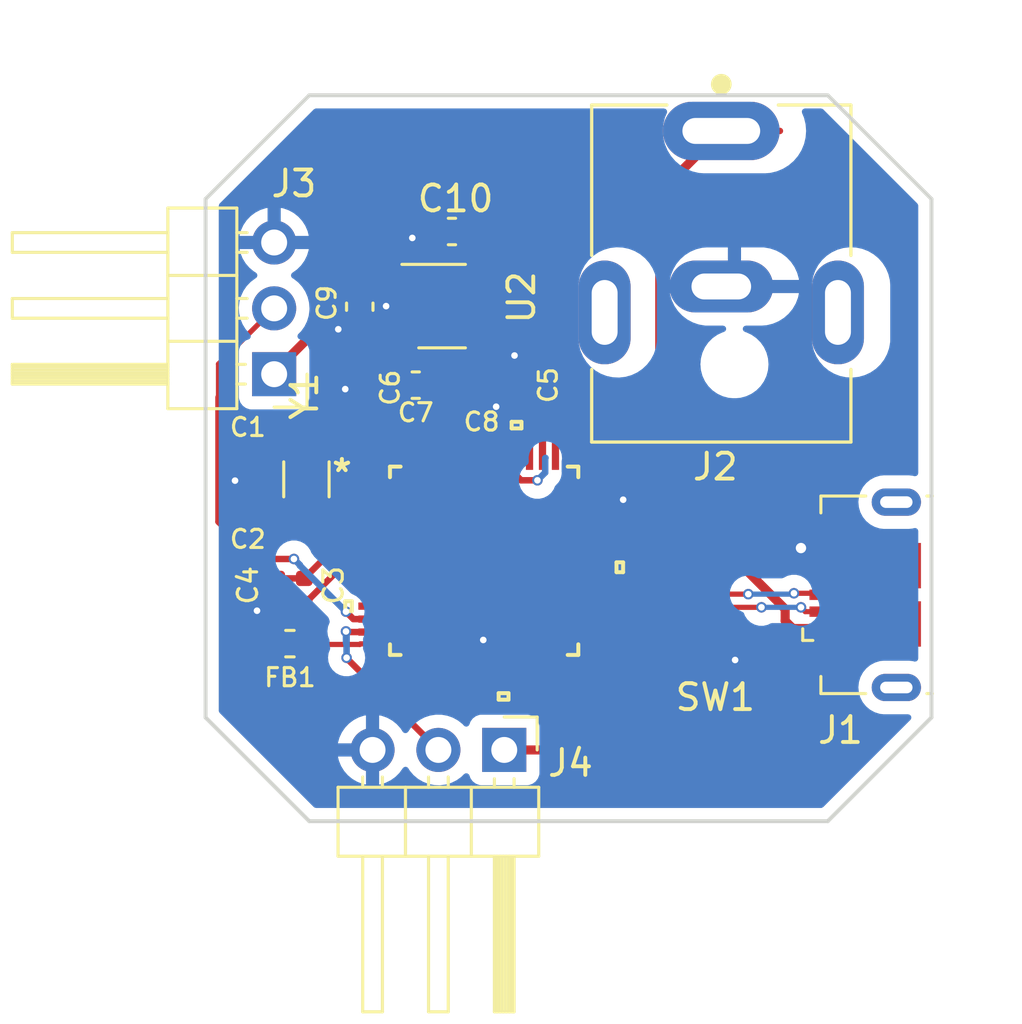
<source format=kicad_pcb>
(kicad_pcb (version 20211014) (generator pcbnew)
  (layers (0 "F.Cu" signal) (31 "B.Cu" signal) (34 "B.Paste" user) (35 "F.Paste" user) (36 "B.SilkS" user "B.Silkscreen") (37 "F.SilkS" user "F.Silkscreen") (38 "B.Mask" user) (39 "F.Mask" user) (44 "Edge.Cuts" user))
  (net 0 "")
  (net 1 "Net-(C1-Pad1)")
  (net 2 "GND")
  (net 3 "Net-(C2-Pad1)")
  (net 4 "/VDDANA")
  (net 5 "+3V3")
  (net 6 "/VDDCORE")
  (net 7 "+5V")
  (net 8 "/USB_D+")
  (net 9 "/USB_D-")
  (net 10 "Net-(J3-Pad2)")
  (net 11 "Net-(J4-Pad2)")
  (net 12 "Net-(SW1-Pad1)")
  (net 39 "RESET")
  (footprint "Capacitor_SMD:C_0402_1005Metric" (layer "F.Cu") (at 87.63 99.568 180)
    (fp_text reference "C1" (at 0 0.762) (layer "F.SilkS") (effects (font (size 0.7 0.7) (thickness 0.12))))
    (fp_text value "15pF")
    (pad "1" smd roundrect locked (at -0.485 0 180) (size 0.59 0.64) (layers "F.Cu" "F.Paste" "F.Mask") (net 1 "Net-(C1-Pad1)"))
    (pad "2" smd roundrect locked (at 0.485 0 180) (size 0.59 0.64) (layers "F.Cu" "F.Paste" "F.Mask") (net 2 "GND"))
  )
  (footprint "Connector_PinHeader_2.54mm:PinHeader_1x03_P2.54mm_Horizontal" (layer "F.Cu") (at 97.521 111.252 -90)
    (fp_text reference "J4" (at 0.508 -2.555 180) (layer "F.SilkS"))
    (fp_text value "Conn_01x03")
    (fp_line (start 1.44 -1.33) (end 1.44 6.41) (layer "F.SilkS") (width 0.12))
    (fp_line (start 4.1 2.16) (end 10.1 2.16) (layer "F.SilkS") (width 0.12))
    (fp_line (start 4.1 0.04) (end 10.1 0.04) (layer "F.SilkS") (width 0.12))
    (fp_line (start 1.042929 5.46) (end 1.44 5.46) (layer "F.SilkS") (width 0.12))
    (fp_line (start 4.1 -0.08) (end 10.1 -0.08) (layer "F.SilkS") (width 0.12))
    (fp_line (start 10.1 -0.38) (end 10.1 0.38) (layer "F.SilkS") (width 0.12))
    (fp_line (start 1.44 1.27) (end 4.1 1.27) (layer "F.SilkS") (width 0.12))
    (fp_line (start 10.1 4.7) (end 10.1 5.46) (layer "F.SilkS") (width 0.12))
    (fp_line (start 1.11 0.38) (end 1.44 0.38) (layer "F.SilkS") (width 0.12))
    (fp_line (start 4.1 -0.32) (end 10.1 -0.32) (layer "F.SilkS") (width 0.12))
    (fp_line (start 1.44 6.41) (end 4.1 6.41) (layer "F.SilkS") (width 0.12))
    (fp_line (start 1.44 3.81) (end 4.1 3.81) (layer "F.SilkS") (width 0.12))
    (fp_line (start 1.042929 4.7) (end 1.44 4.7) (layer "F.SilkS") (width 0.12))
    (fp_line (start 1.042929 2.92) (end 1.44 2.92) (layer "F.SilkS") (width 0.12))
    (fp_line (start 1.042929 2.16) (end 1.44 2.16) (layer "F.SilkS") (width 0.12))
    (fp_line (start 4.1 4.7) (end 10.1 4.7) (layer "F.SilkS") (width 0.12))
    (fp_line (start 10.1 2.16) (end 10.1 2.92) (layer "F.SilkS") (width 0.12))
    (fp_line (start 4.1 0.16) (end 10.1 0.16) (layer "F.SilkS") (width 0.12))
    (fp_line (start 10.1 5.46) (end 4.1 5.46) (layer "F.SilkS") (width 0.12))
    (fp_line (start 4.1 0.28) (end 10.1 0.28) (layer "F.SilkS") (width 0.12))
    (fp_line (start 4.1 -1.33) (end 1.44 -1.33) (layer "F.SilkS") (width 0.12))
    (fp_line (start 4.1 -0.38) (end 10.1 -0.38) (layer "F.SilkS") (width 0.12))
    (fp_line (start 10.1 0.38) (end 4.1 0.38) (layer "F.SilkS") (width 0.12))
    (fp_line (start 1.11 -0.38) (end 1.44 -0.38) (layer "F.SilkS") (width 0.12))
    (fp_line (start 4.1 -0.2) (end 10.1 -0.2) (layer "F.SilkS") (width 0.12))
    (fp_line (start 10.1 2.92) (end 4.1 2.92) (layer "F.SilkS") (width 0.12))
    (fp_line (start -1.27 0) (end -1.27 -1.27) (layer "F.SilkS") (width 0.12))
    (fp_line (start 4.1 6.41) (end 4.1 -1.33) (layer "F.SilkS") (width 0.12))
    (fp_line (start -1.27 -1.27) (end 0 -1.27) (layer "F.SilkS") (width 0.12))
    (pad "1" thru_hole rect (at 0 0 270) (size 1.7 1.7) (drill 1) (layers *.Cu *.Mask) (net 7 "+5V"))
    (pad "2" thru_hole oval (at 0 2.54 270) (size 1.7 1.7) (drill 1) (layers *.Cu *.Mask) (net 11 "Net-(J4-Pad2)"))
    (pad "3" thru_hole oval (at 0 5.08 270) (size 1.7 1.7) (drill 1) (layers *.Cu *.Mask) (net 2 "GND"))
  )
  (footprint "mood:ATSAMD21G18A-AU" (layer "F.Cu") (at 96.7457 103.955)
    (fp_text reference "U1" hide)
    (fp_text value "ATSAMD21G18A-AU")
    (fp_text user "*" (at -5.4864 -3.381) (layer "F.SilkS"))
    (fp_text user "*" (at -5.4864 -3.381) (layer "F.SilkS"))
    (fp_line (start -3.22244 -3.6322) (end -3.6322 -3.6322) (layer "F.SilkS") (width 0.1524))
    (fp_line (start -3.6322 -3.6322) (end -3.6322 -3.22244) (layer "F.SilkS") (width 0.1524))
    (fp_line (start -5.1054 1.940499) (end -5.1054 1.559499) (layer "F.SilkS") (width 0.1524))
    (fp_line (start 3.22244 3.6322) (end 3.6322 3.6322) (layer "F.SilkS") (width 0.1524))
    (fp_line (start 1.0595 -5.3594) (end 1.4405 -5.3594) (layer "F.SilkS") (width 0.1524))
    (fp_line (start 5.3594 0.059499) (end 5.3594 0.4405) (layer "F.SilkS") (width 0.1524))
    (fp_line (start 1.0595 -5.1054) (end 1.0595 -5.3594) (layer "F.SilkS") (width 0.1524))
    (fp_line (start 0.559501 5.3594) (end 0.940501 5.3594) (layer "F.SilkS") (width 0.1524))
    (fp_line (start 5.1054 0.059499) (end 5.3594 0.059499) (layer "F.SilkS") (width 0.1524))
    (fp_line (start -5.3594 1.940499) (end -5.1054 1.940499) (layer "F.SilkS") (width 0.1524))
    (fp_line (start 5.3594 0.4405) (end 5.1054 0.4405) (layer "F.SilkS") (width 0.1524))
    (fp_line (start 0.940501 5.1054) (end 0.559501 5.1054) (layer "F.SilkS") (width 0.1524))
    (fp_line (start 0.940501 5.3594) (end 0.940501 5.1054) (layer "F.SilkS") (width 0.1524))
    (fp_line (start 1.4405 -5.1054) (end 1.0595 -5.1054) (layer "F.SilkS") (width 0.1524))
    (fp_line (start 0.559501 5.1054) (end 0.559501 5.3594) (layer "F.SilkS") (width 0.1524))
    (fp_line (start 3.6322 -3.22244) (end 3.6322 -3.6322) (layer "F.SilkS") (width 0.1524))
    (fp_line (start 3.6322 3.6322) (end 3.6322 3.22244) (layer "F.SilkS") (width 0.1524))
    (fp_line (start 5.1054 0.4405) (end 5.1054 0.059499) (layer "F.SilkS") (width 0.1524))
    (fp_line (start -3.6322 3.6322) (end -3.22244 3.6322) (layer "F.SilkS") (width 0.1524))
    (fp_line (start -3.6322 3.22244) (end -3.6322 3.6322) (layer "F.SilkS") (width 0.1524))
    (fp_line (start -5.1054 1.559499) (end -5.3594 1.559499) (layer "F.SilkS") (width 0.1524))
    (fp_line (start 3.6322 -3.6322) (end 3.22244 -3.6322) (layer "F.SilkS") (width 0.1524))
    (fp_line (start 1.4405 -5.3594) (end 1.4405 -5.1054) (layer "F.SilkS") (width 0.1524))
    (fp_line (start -5.3594 1.559499) (end -5.3594 1.940499) (layer "F.SilkS") (width 0.1524))
    (pad "1" smd rect (at -4.1783 -2.75 90) (size 0.2794 1.3462) (layers "F.Cu" "F.Paste" "F.Mask") (net 1 "Net-(C1-Pad1)"))
    (pad "2" smd rect (at -4.1783 -2.250001 90) (size 0.2794 1.3462) (layers "F.Cu" "F.Paste" "F.Mask") (net 3 "Net-(C2-Pad1)"))
    (pad "3" smd rect (at -4.1783 -1.749999 90) (size 0.2794 1.3462) (layers "F.Cu" "F.Paste" "F.Mask"))
    (pad "4" smd rect (at -4.1783 -1.25 90) (size 0.2794 1.3462) (layers "F.Cu" "F.Paste" "F.Mask"))
    (pad "5" smd rect (at -4.1783 -0.750001 90) (size 0.2794 1.3462) (layers "F.Cu" "F.Paste" "F.Mask") (net 2 "GND"))
    (pad "6" smd rect (at -4.1783 -0.25 90) (size 0.2794 1.3462) (layers "F.Cu" "F.Paste" "F.Mask") (net 4 "/VDDANA"))
    (pad "7" smd rect (at -4.1783 0.25 90) (size 0.2794 1.3462) (layers "F.Cu" "F.Paste" "F.Mask"))
    (pad "8" smd rect (at -4.1783 0.750001 90) (size 0.2794 1.3462) (layers "F.Cu" "F.Paste" "F.Mask"))
    (pad "9" smd rect (at -4.1783 1.25 90) (size 0.2794 1.3462) (layers "F.Cu" "F.Paste" "F.Mask"))
    (pad "10" smd rect (at -4.1783 1.749999 90) (size 0.2794 1.3462) (layers "F.Cu" "F.Paste" "F.Mask"))
    (pad "11" smd rect (at -4.1783 2.250001 90) (size 0.2794 1.3462) (layers "F.Cu" "F.Paste" "F.Mask") (net 10 "Net-(J3-Pad2)"))
    (pad "12" smd rect (at -4.1783 2.75 90) (size 0.2794 1.3462) (layers "F.Cu" "F.Paste" "F.Mask") (net 11 "Net-(J4-Pad2)"))
    (pad "13" smd rect (at -2.75 4.1783) (size 0.2794 1.3462) (layers "F.Cu" "F.Paste" "F.Mask"))
    (pad "14" smd rect (at -2.250001 4.1783) (size 0.2794 1.3462) (layers "F.Cu" "F.Paste" "F.Mask"))
    (pad "15" smd rect (at -1.749999 4.1783) (size 0.2794 1.3462) (layers "F.Cu" "F.Paste" "F.Mask"))
    (pad "16" smd rect (at -1.25 4.1783) (size 0.2794 1.3462) (layers "F.Cu" "F.Paste" "F.Mask"))
    (pad "17" smd rect (at -0.750001 4.1783) (size 0.2794 1.3462) (layers "F.Cu" "F.Paste" "F.Mask") (net 5 "+3V3"))
    (pad "18" smd rect (at -0.25 4.1783) (size 0.2794 1.3462) (layers "F.Cu" "F.Paste" "F.Mask") (net 2 "GND"))
    (pad "19" smd rect (at 0.25 4.1783) (size 0.2794 1.3462) (layers "F.Cu" "F.Paste" "F.Mask"))
    (pad "20" smd rect (at 0.750001 4.1783) (size 0.2794 1.3462) (layers "F.Cu" "F.Paste" "F.Mask"))
    (pad "21" smd rect (at 1.25 4.1783) (size 0.2794 1.3462) (layers "F.Cu" "F.Paste" "F.Mask"))
    (pad "22" smd rect (at 1.749999 4.1783) (size 0.2794 1.3462) (layers "F.Cu" "F.Paste" "F.Mask"))
    (pad "23" smd rect (at 2.250001 4.1783) (size 0.2794 1.3462) (layers "F.Cu" "F.Paste" "F.Mask") (net 12 "Net-(SW1-Pad1)"))
    (pad "24" smd rect (at 2.75 4.1783) (size 0.2794 1.3462) (layers "F.Cu" "F.Paste" "F.Mask"))
    (pad "25" smd rect (at 4.1783 2.75 90) (size 0.2794 1.3462) (layers "F.Cu" "F.Paste" "F.Mask"))
    (pad "26" smd rect (at 4.1783 2.250001 90) (size 0.2794 1.3462) (layers "F.Cu" "F.Paste" "F.Mask"))
    (pad "27" smd rect (at 4.1783 1.749999 90) (size 0.2794 1.3462) (layers "F.Cu" "F.Paste" "F.Mask"))
    (pad "28" smd rect (at 4.1783 1.25 90) (size 0.2794 1.3462) (layers "F.Cu" "F.Paste" "F.Mask"))
    (pad "29" smd rect (at 4.1783 0.750001 90) (size 0.2794 1.3462) (layers "F.Cu" "F.Paste" "F.Mask"))
    (pad "30" smd rect (at 4.1783 0.25 90) (size 0.2794 1.3462) (layers "F.Cu" "F.Paste" "F.Mask"))
    (pad "31" smd rect (at 4.1783 -0.25 90) (size 0.2794 1.3462) (layers "F.Cu" "F.Paste" "F.Mask"))
    (pad "32" smd rect (at 4.1783 -0.750001 90) (size 0.2794 1.3462) (layers "F.Cu" "F.Paste" "F.Mask"))
    (pad "33" smd rect (at 4.1783 -1.25 90) (size 0.2794 1.3462) (layers "F.Cu" "F.Paste" "F.Mask") (net 9 "/USB_D-"))
    (pad "34" smd rect (at 4.1783 -1.749999 90) (size 0.2794 1.3462) (layers "F.Cu" "F.Paste" "F.Mask") (net 8 "/USB_D+"))
    (pad "35" smd rect (at 4.1783 -2.250001 90) (size 0.2794 1.3462) (layers "F.Cu" "F.Paste" "F.Mask") (net 2 "GND"))
    (pad "36" smd rect (at 4.1783 -2.75 90) (size 0.2794 1.3462) (layers "F.Cu" "F.Paste" "F.Mask") (net 5 "+3V3"))
    (pad "37" smd rect (at 2.75 -4.1783) (size 0.2794 1.3462) (layers "F.Cu" "F.Paste" "F.Mask"))
    (pad "38" smd rect (at 2.250001 -4.1783) (size 0.2794 1.3462) (layers "F.Cu" "F.Paste" "F.Mask"))
    (pad "39" smd rect (at 1.749999 -4.1783) (size 0.2794 1.3462) (layers "F.Cu" "F.Paste" "F.Mask"))
    (pad "40" smd rect (at 1.25 -4.1783) (size 0.2794 1.3462) (layers "F.Cu" "F.Paste" "F.Mask") (net 39 "RESET"))
    (pad "41" smd rect (at 0.750001 -4.1783) (size 0.2794 1.3462) (layers "F.Cu" "F.Paste" "F.Mask"))
    (pad "42" smd rect (at 0.25 -4.1783) (size 0.2794 1.3462) (layers "F.Cu" "F.Paste" "F.Mask") (net 2 "GND"))
    (pad "43" smd rect (at -0.25 -4.1783) (size 0.2794 1.3462) (layers "F.Cu" "F.Paste" "F.Mask") (net 6 "/VDDCORE"))
    (pad "44" smd rect (at -0.750001 -4.1783) (size 0.2794 1.3462) (layers "F.Cu" "F.Paste" "F.Mask") (net 5 "+3V3"))
    (pad "45" smd rect (at -1.25 -4.1783) (size 0.2794 1.3462) (layers "F.Cu" "F.Paste" "F.Mask"))
    (pad "46" smd rect (at -1.749999 -4.1783) (size 0.2794 1.3462) (layers "F.Cu" "F.Paste" "F.Mask"))
    (pad "47" smd rect (at -2.250001 -4.1783) (size 0.2794 1.3462) (layers "F.Cu" "F.Paste" "F.Mask"))
    (pad "48" smd rect (at -2.75 -4.1783) (size 0.2794 1.3462) (layers "F.Cu" "F.Paste" "F.Mask"))
  )
  (footprint "Capacitor_SMD:C_0603_1608Metric" (layer "F.Cu") (at 94.107 97.181)
    (fp_text reference "C7" (at 0 1.059) (layer "F.SilkS") (effects (font (size 0.7 0.7) (thickness 0.12))))
    (fp_text value "1uF")
    (fp_line (start -0.14058 -0.51) (end 0.14058 -0.51) (layer "F.SilkS") (width 0.12))
    (fp_line (start -0.14058 0.51) (end 0.14058 0.51) (layer "F.SilkS") (width 0.12))
    (pad "1" smd roundrect locked (at -0.775 0) (size 0.9 0.95) (layers "F.Cu" "F.Paste" "F.Mask") (net 6 "/VDDCORE"))
    (pad "2" smd roundrect locked (at 0.775 0) (size 0.9 0.95) (layers "F.Cu" "F.Paste" "F.Mask") (net 2 "GND"))
  )
  (footprint "Crystal:Crystal_SMD_3215-2Pin_3.2x1.5mm" (layer "F.Cu") (at 89.8901 100.8142 90)
    (fp_text reference "Y1" (at 3.2092 -0.0734 90) (layer "F.SilkS"))
    (fp_text value "32768Hz")
    (fp_line (start -0.675 0.875) (end 0.675 0.875) (layer "F.SilkS") (width 0.12))
    (fp_line (start -0.675 -0.875) (end 0.675 -0.875) (layer "F.SilkS") (width 0.12))
    (pad "1" smd rect locked (at 1.25 0 90) (size 1 1.8) (layers "F.Cu" "F.Paste" "F.Mask") (net 1 "Net-(C1-Pad1)"))
    (pad "2" smd rect locked (at -1.25 0 90) (size 1 1.8) (layers "F.Cu" "F.Paste" "F.Mask") (net 3 "Net-(C2-Pad1)"))
  )
  (footprint "Capacitor_SMD:C_0402_1005Metric" (layer "F.Cu") (at 96.578 97.155 -90)
    (fp_text reference "C8" (at 1.4406 -0.0695) (layer "F.SilkS") (effects (font (size 0.7 0.7) (thickness 0.12))))
    (fp_text value "10uF")
    (pad "1" smd roundrect locked (at -0.485 0 270) (size 0.59 0.64) (layers "F.Cu" "F.Paste" "F.Mask") (net 5 "+3V3"))
    (pad "2" smd roundrect locked (at 0.485 0 270) (size 0.59 0.64) (layers "F.Cu" "F.Paste" "F.Mask") (net 2 "GND"))
  )
  (footprint "Package_TO_SOT_SMD:SOT-23-5" (layer "F.Cu") (at 95.123 94.1329)
    (fp_text reference "U2" (at 3.061 -0.3379 90) (layer "F.SilkS"))
    (fp_text value "MIC5504-3.3YM5")
    (fp_line (start 0.9 -1.61) (end -1.55 -1.61) (layer "F.SilkS") (width 0.12))
    (fp_line (start -0.9 1.61) (end 0.9 1.61) (layer "F.SilkS") (width 0.12))
    (pad "1" smd rect locked (at -1.1 -0.95) (size 1.06 0.65) (layers "F.Cu" "F.Paste" "F.Mask") (net 7 "+5V"))
    (pad "2" smd rect locked (at -1.1 0) (size 1.06 0.65) (layers "F.Cu" "F.Paste" "F.Mask") (net 2 "GND"))
    (pad "3" smd rect locked (at -1.1 0.95) (size 1.06 0.65) (layers "F.Cu" "F.Paste" "F.Mask") (net 7 "+5V"))
    (pad "4" smd rect locked (at 1.1 0.95) (size 1.06 0.65) (layers "F.Cu" "F.Paste" "F.Mask"))
    (pad "5" smd rect locked (at 1.1 -0.95) (size 1.06 0.65) (layers "F.Cu" "F.Paste" "F.Mask") (net 5 "+3V3"))
  )
  (footprint "Capacitor_SMD:C_0402_1005Metric" (layer "F.Cu") (at 89.8067 105.119784 90)
    (fp_text reference "C3" (at 0.217784 1.1253 90) (layer "F.SilkS") (effects (font (size 0.75 0.75) (thickness 0.12))))
    (fp_text value "100nF")
    (pad "1" smd roundrect locked (at -0.485 0 90) (size 0.59 0.64) (layers "F.Cu" "F.Paste" "F.Mask") (net 4 "/VDDANA"))
    (pad "2" smd roundrect locked (at 0.485 0 90) (size 0.59 0.64) (layers "F.Cu" "F.Paste" "F.Mask") (net 2 "GND"))
  )
  (footprint "Capacitor_SMD:C_0402_1005Metric" (layer "F.Cu") (at 87.63 102.108 180)
    (fp_text reference "C2" (at 0 -1.016) (layer "F.SilkS") (effects (font (size 0.7 0.7) (thickness 0.12))))
    (fp_text value "15pF")
    (pad "1" smd roundrect locked (at -0.485 0 180) (size 0.59 0.64) (layers "F.Cu" "F.Paste" "F.Mask") (net 3 "Net-(C2-Pad1)"))
    (pad "2" smd roundrect locked (at 0.485 0 180) (size 0.59 0.64) (layers "F.Cu" "F.Paste" "F.Mask") (net 2 "GND"))
  )
  (footprint "Capacitor_SMD:C_0402_1005Metric" (layer "F.Cu") (at 91.948 97.282 -90)
    (fp_text reference "C6" (at 0 -1.17 -270) (layer "F.SilkS") (effects (font (size 0.7 0.7) (thickness 0.12))))
    (fp_text value "100nF")
    (pad "1" smd roundrect locked (at -0.485 0 270) (size 0.59 0.64) (layers "F.Cu" "F.Paste" "F.Mask") (net 5 "+3V3"))
    (pad "2" smd roundrect locked (at 0.485 0 270) (size 0.59 0.64) (layers "F.Cu" "F.Paste" "F.Mask") (net 2 "GND"))
  )
  (footprint "Inductor_SMD:L_0603_1608Metric" (layer "F.Cu") (at 89.2543 107.151784 180)
    (fp_text reference "FB1" (at 0 -1.306216) (layer "F.SilkS") (effects (font (size 0.7 0.7) (thickness 0.12))))
    (fp_text value "220Ω @ 100MHz")
    (fp_line (start -0.162779 0.51) (end 0.162779 0.51) (layer "F.SilkS") (width 0.12))
    (fp_line (start -0.162779 -0.51) (end 0.162779 -0.51) (layer "F.SilkS") (width 0.12))
    (pad "1" smd roundrect locked (at -0.7875 0 180) (size 0.875 0.95) (layers "F.Cu" "F.Paste" "F.Mask") (net 5 "+3V3"))
    (pad "2" smd roundrect locked (at 0.7875 0 180) (size 0.875 0.95) (layers "F.Cu" "F.Paste" "F.Mask") (net 4 "/VDDANA"))
  )
  (footprint "Capacitor_SMD:C_0402_1005Metric" (layer "F.Cu") (at 88.7463 105.119784 -90)
    (fp_text reference "C4" (at -0.217784 1.1163 -270) (layer "F.SilkS") (effects (font (size 0.75 0.75) (thickness 0.12))))
    (fp_text value "10uF")
    (pad "1" smd roundrect locked (at -0.485 0 270) (size 0.59 0.64) (layers "F.Cu" "F.Paste" "F.Mask") (net 2 "GND"))
    (pad "2" smd roundrect locked (at 0.485 0 270) (size 0.59 0.64) (layers "F.Cu" "F.Paste" "F.Mask") (net 4 "/VDDANA"))
  )
  (footprint "Capacitor_SMD:C_0603_1608Metric" (layer "F.Cu") (at 91.948 94.155 -90)
    (fp_text reference "C9" (at -0.14058 1.27 -270) (layer "F.SilkS") (effects (font (size 0.7 0.7) (thickness 0.12))))
    (fp_text value "1uF")
    (fp_line (start -0.14058 -0.51) (end 0.14058 -0.51) (layer "F.SilkS") (width 0.12))
    (fp_line (start -0.14058 0.51) (end 0.14058 0.51) (layer "F.SilkS") (width 0.12))
    (pad "1" smd roundrect locked (at -0.775 0 270) (size 0.9 0.95) (layers "F.Cu" "F.Paste" "F.Mask") (net 7 "+5V"))
    (pad "2" smd roundrect locked (at 0.775 0 270) (size 0.9 0.95) (layers "F.Cu" "F.Paste" "F.Mask") (net 2 "GND"))
  )
  (footprint "mood:CS1204AF160" (layer "F.Cu") (at 105.664 104.7346 90)
    (fp_text reference "SW1" (at -4.4854 0 180) (layer "F.SilkS"))
    (fp_text value "SW_SPST")
    (pad "1" smd rect (at 3.1 -1.85 90) (size 1.8 1.1) (layers "F.Cu" "F.Paste" "F.Mask") (net 12 "Net-(SW1-Pad1)"))
    (pad "1" smd rect (at -3.1 -1.85 90) (size 1.8 1.1) (layers "F.Cu" "F.Paste" "F.Mask") (net 12 "Net-(SW1-Pad1)"))
    (pad "2" smd rect (at -3.1 1.85 90) (size 1.8 1.1) (layers "F.Cu" "F.Paste" "F.Mask") (net 2 "GND"))
    (pad "2" smd rect (at 3.1 1.85 90) (size 1.8 1.1) (layers "F.Cu" "F.Paste" "F.Mask") (net 2 "GND"))
  )
  (footprint "Connector_USB:USB_Micro-B_GCT_USB3076-30-A" (layer "F.Cu") (at 111.4442 105.268 90)
    (fp_text reference "J1" (at -5.222 -0.9542 180) (layer "F.SilkS"))
    (fp_text value "USB_B_Micro")
    (fp_line (start -1.76 -2.41) (end -1.76 -2.02) (layer "F.SilkS") (width 0.12))
    (fp_line (start 3.81 0.02) (end 3.81 -1.71) (layer "F.SilkS") (width 0.12))
    (fp_line (start -1.76 -2.41) (end -1.31 -2.41) (layer "F.SilkS") (width 0.12))
    (fp_line (start -3.81 -1.71) (end -3.15 -1.71) (layer "F.SilkS") (width 0.12))
    (fp_line (start -3.81 0.02) (end -3.81 -1.71) (layer "F.SilkS") (width 0.12))
    (fp_line (start 3.81 2.59) (end 3.81 2.38) (layer "F.SilkS") (width 0.12))
    (fp_line (start 3.81 -1.71) (end 3.16 -1.71) (layer "F.SilkS") (width 0.12))
    (fp_line (start -3.81 2.59) (end -3.81 2.38) (layer "F.SilkS") (width 0.12))
    (pad "1" smd rect (at -1.3 -1.45 90) (size 0.4 1.4) (layers "F.Cu" "F.Paste" "F.Mask") (net 7 "+5V"))
    (pad "2" smd rect (at -0.65 -1.45 90) (size 0.4 1.4) (layers "F.Cu" "F.Paste" "F.Mask") (net 9 "/USB_D-"))
    (pad "3" smd rect (at 0 -1.45 90) (size 0.4 1.4) (layers "F.Cu" "F.Paste" "F.Mask") (net 8 "/USB_D+"))
    (pad "4" smd rect (at 0.65 -1.45 90) (size 0.4 1.4) (layers "F.Cu" "F.Paste" "F.Mask"))
    (pad "5" smd rect (at 1.3 -1.45 90) (size 0.4 1.4) (layers "F.Cu" "F.Paste" "F.Mask") (net 2 "GND"))
    (pad "6" smd rect (at 1.125 1.2 90) (size 1.75 1.9) (layers "F.Cu" "F.Paste" "F.Mask"))
    (pad "6" smd rect (at -1.125 1.2 90) (size 1.75 1.9) (layers "F.Cu" "F.Paste" "F.Mask"))
    (pad "6" thru_hole oval (at 3.575 1.2 90) (size 1.05 1.9) (drill oval 0.45 1.25) (layers *.Cu *.Mask))
    (pad "6" thru_hole oval (at -3.575 1.2 270) (size 1.05 1.9) (drill oval 0.45 1.25) (layers *.Cu *.Mask))
    (pad "6" smd rect (at 2.32 -1.03 90) (size 1.15 1.45) (layers "F.Cu" "F.Paste" "F.Mask"))
    (pad "6" smd rect (at -2.32 -1.03 90) (size 1.15 1.45) (layers "F.Cu" "F.Paste" "F.Mask"))
  )
  (footprint "mood:CUI_PJ-063AH" (layer "F.Cu") (at 105.893 87.376 -90)
    (fp_text reference "J2" (at 12.954 0.229 180) (layer "F.SilkS") (effects (font (size 1.000228 1.000228))))
    (fp_text value "Barrel_Jack")
    (fp_line (start 4.8 5) (end -1 5) (layer "F.SilkS") (width 0.127))
    (fp_line (start 12 5) (end 9.2 5) (layer "F.SilkS") (width 0.127))
    (fp_line (start -1 5) (end -1 2.1) (layer "F.SilkS") (width 0.127))
    (fp_line (start 12 -5) (end 12 5) (layer "F.SilkS") (width 0.127))
    (fp_line (start -1 -2.2) (end -1 -5) (layer "F.SilkS") (width 0.127))
    (fp_line (start -1 -5) (end 4.8 -5) (layer "F.SilkS") (width 0.127))
    (fp_line (start 9.2 -5) (end 12 -5) (layer "F.SilkS") (width 0.127))
    (fp_circle (center -1.8 0) (end -1.6 0) (layer "F.SilkS") (width 0.4) (fill none))
    (pad "" np_thru_hole circle (at 9 0 270) (size 1.6 1.6) (drill 1.6) (layers *.Cu *.Mask))
    (pad "1" thru_hole oval (at 0 0 270) (size 2.25 4.5) (drill oval 1 3) (layers *.Cu *.Mask) (net 7 "+5V"))
    (pad "2" thru_hole oval (at 6 0 270) (size 2 4) (drill oval 1 2.3) (layers *.Cu *.Mask) (net 2 "GND"))
    (pad "S1" thru_hole oval (at 7 -4.5 270) (size 4 2) (drill oval 2.5 1) (layers *.Cu *.Mask))
    (pad "S2" thru_hole oval (at 7 4.5 270) (size 4 2) (drill oval 2.5 1) (layers *.Cu *.Mask))
  )
  (footprint "Capacitor_SMD:C_0402_1005Metric" (layer "F.Cu") (at 98.044 97.181 -90)
    (fp_text reference "C5" (at 0 -1.17 -270) (layer "F.SilkS") (effects (font (size 0.7 0.7) (thickness 0.12))))
    (fp_text value "100nF")
    (pad "1" smd roundrect locked (at -0.485 0 270) (size 0.59 0.64) (layers "F.Cu" "F.Paste" "F.Mask") (net 2 "GND"))
    (pad "2" smd roundrect locked (at 0.485 0 270) (size 0.59 0.64) (layers "F.Cu" "F.Paste" "F.Mask") (net 5 "+3V3"))
  )
  (footprint "Capacitor_SMD:C_0603_1608Metric" (layer "F.Cu") (at 95.504 91.255 180)
    (fp_text reference "C10" (at -0.14 1.27) (layer "F.SilkS"))
    (fp_text value "1uF")
    (fp_line (start -0.14058 -0.51) (end 0.14058 -0.51) (layer "F.SilkS") (width 0.12))
    (fp_line (start -0.14058 0.51) (end 0.14058 0.51) (layer "F.SilkS") (width 0.12))
    (pad "1" smd roundrect locked (at -0.775 0 180) (size 0.9 0.95) (layers "F.Cu" "F.Paste" "F.Mask") (net 5 "+3V3"))
    (pad "2" smd roundrect locked (at 0.775 0 180) (size 0.9 0.95) (layers "F.Cu" "F.Paste" "F.Mask") (net 2 "GND"))
  )
  (footprint "Connector_PinHeader_2.54mm:PinHeader_1x03_P2.54mm_Horizontal" (layer "F.Cu") (at 88.646 96.759 180)
    (fp_text reference "J3" (at -0.762 7.351) (layer "F.SilkS"))
    (fp_text value "Conn_01x03")
    (fp_line (start 4.1 4.7) (end 10.1 4.7) (layer "F.SilkS") (width 0.12))
    (fp_line (start 1.11 -0.38) (end 1.44 -0.38) (layer "F.SilkS") (width 0.12))
    (fp_line (start 1.44 1.27) (end 4.1 1.27) (layer "F.SilkS") (width 0.12))
    (fp_line (start 10.1 4.7) (end 10.1 5.46) (layer "F.SilkS") (width 0.12))
    (fp_line (start 4.1 0.16) (end 10.1 0.16) (layer "F.SilkS") (width 0.12))
    (fp_line (start 1.44 6.41) (end 4.1 6.41) (layer "F.SilkS") (width 0.12))
    (fp_line (start 1.11 0.38) (end 1.44 0.38) (layer "F.SilkS") (width 0.12))
    (fp_line (start 1.042929 2.92) (end 1.44 2.92) (layer "F.SilkS") (width 0.12))
    (fp_line (start -1.27 0) (end -1.27 -1.27) (layer "F.SilkS") (width 0.12))
    (fp_line (start 10.1 0.38) (end 4.1 0.38) (layer "F.SilkS") (width 0.12))
    (fp_line (start 1.44 -1.33) (end 1.44 6.41) (layer "F.SilkS") (width 0.12))
    (fp_line (start 4.1 0.28) (end 10.1 0.28) (layer "F.SilkS") (width 0.12))
    (fp_line (start 4.1 -0.08) (end 10.1 -0.08) (layer "F.SilkS") (width 0.12))
    (fp_line (start 1.042929 5.46) (end 1.44 5.46) (layer "F.SilkS") (width 0.12))
    (fp_line (start 4.1 -0.32) (end 10.1 -0.32) (layer "F.SilkS") (width 0.12))
    (fp_line (start -1.27 -1.27) (end 0 -1.27) (layer "F.SilkS") (width 0.12))
    (fp_line (start 4.1 -0.2) (end 10.1 -0.2) (layer "F.SilkS") (width 0.12))
    (fp_line (start 4.1 6.41) (end 4.1 -1.33) (layer "F.SilkS") (width 0.12))
    (fp_line (start 4.1 0.04) (end 10.1 0.04) (layer "F.SilkS") (width 0.12))
    (fp_line (start 10.1 5.46) (end 4.1 5.46) (layer "F.SilkS") (width 0.12))
    (fp_line (start 10.1 2.92) (end 4.1 2.92) (layer "F.SilkS") (width 0.12))
    (fp_line (start 1.44 3.81) (end 4.1 3.81) (layer "F.SilkS") (width 0.12))
    (fp_line (start 4.1 -0.38) (end 10.1 -0.38) (layer "F.SilkS") (width 0.12))
    (fp_line (start 4.1 -1.33) (end 1.44 -1.33) (layer "F.SilkS") (width 0.12))
    (fp_line (start 10.1 -0.38) (end 10.1 0.38) (layer "F.SilkS") (width 0.12))
    (fp_line (start 1.042929 2.16) (end 1.44 2.16) (layer "F.SilkS") (width 0.12))
    (fp_line (start 10.1 2.16) (end 10.1 2.92) (layer "F.SilkS") (width 0.12))
    (fp_line (start 4.1 2.16) (end 10.1 2.16) (layer "F.SilkS") (width 0.12))
    (fp_line (start 1.042929 4.7) (end 1.44 4.7) (layer "F.SilkS") (width 0.12))
    (pad "1" thru_hole rect (at 0 0 180) (size 1.7 1.7) (drill 1) (layers *.Cu *.Mask) (net 7 "+5V"))
    (pad "2" thru_hole oval (at 0 2.54 180) (size 1.7 1.7) (drill 1) (layers *.Cu *.Mask) (net 10 "Net-(J3-Pad2)"))
    (pad "3" thru_hole oval (at 0 5.08 180) (size 1.7 1.7) (drill 1) (layers *.Cu *.Mask) (net 2 "GND"))
  )
  (gr_line (start 114 90) (end 110 86) (layer "Edge.Cuts") (width 0.15))
  (gr_line (start 114 90) (end 114 110) (layer "Edge.Cuts") (width 0.15))
  (gr_line (start 110 114) (end 114 110) (layer "Edge.Cuts") (width 0.15))
  (gr_line (start 90 86) (end 86 90) (layer "Edge.Cuts") (width 0.15))
  (gr_line (start 90 86) (end 110 86) (layer "Edge.Cuts") (width 0.15))
  (gr_line (start 110 114) (end 90 114) (layer "Edge.Cuts") (width 0.15))
  (gr_line (start 86 110) (end 86 90) (layer "Edge.Cuts") (width 0.15))
  (gr_line (start 90 114) (end 86 110) (layer "Edge.Cuts") (width 0.15))
  (segment (start 92.5674 101.205) (end 91.5309 101.205) (width 0.2) (layer "F.Cu") (net 1))
  (segment (start 91.5309 101.205) (end 89.8901 99.5642) (width 0.2) (layer "F.Cu") (net 1))
  (segment (start 89.8828 99.5569) (end 89.8901 99.5642) (width 0.25) (layer "F.Cu") (net 1))
  (segment (start 89.8863 99.568) (end 89.8901 99.5642) (width 0.25) (layer "F.Cu") (net 1))
  (segment (start 89.7333 99.721) (end 89.8901 99.5642) (width 0.2) (layer "F.Cu") (net 1))
  (segment (start 88.115 99.568) (end 89.8863 99.568) (width 0.25) (layer "F.Cu") (net 1))
  (segment (start 89.6796 99.3537) (end 89.8901 99.5642) (width 0.25) (layer "F.Cu") (net 1))
  (segment (start 102.003001 101.704999) (end 102.108 101.6) (width 0.25) (layer "F.Cu") (net 2))
  (segment (start 96.9957 99.7767) (end 96.9957 98.8383) (width 0.2) (layer "F.Cu") (net 2))
  (segment (start 89.8067 104.634784) (end 91.236485 103.204999) (width 0.25) (layer "F.Cu") (net 2))
  (segment (start 96.119 97.181) (end 94.882 97.181) (width 0.2) (layer "F.Cu") (net 2))
  (segment (start 95.3384 97.181) (end 96.9957 98.8383) (width 0.2) (layer "F.Cu") (net 2))
  (segment (start 91.948 94.93) (end 91.214993 94.93) (width 0.25) (layer "F.Cu") (net 2))
  (segment (start 94.0229 94.133) (end 94.023 94.1329) (width 0.25) (layer "F.Cu") (net 2))
  (segment (start 96.578 97.64) (end 96.293 97.355) (width 0.25) (layer "F.Cu") (net 2))
  (segment (start 101.806203 101.704999) (end 102.003001 101.704999) (width 0.25) (layer "F.Cu") (net 2))
  (segment (start 88.728084 104.634784) (end 88.7463 104.634784) (width 0.25) (layer "F.Cu") (net 2))
  (segment (start 91.819902 97.767) (end 91.387607 97.334705) (width 0.2) (layer "F.Cu") (net 2))
  (segment (start 87.145 100.8723) (end 87.1367 100.864) (width 0.25) (layer "F.Cu") (net 2))
  (segment (start 91.948 97.767) (end 91.819902 97.767) (width 0.2) (layer "F.Cu") (net 2))
  (segment (start 96.293 97.355) (end 96.119 97.181) (width 0.2) (layer "F.Cu") (net 2))
  (segment (start 87.145 102.108) (end 87.145 100.8723) (width 0.25) (layer "F.Cu") (net 2))
  (segment (start 89.8067 104.634784) (end 88.7463 104.634784) (width 0.25) (layer "F.Cu") (net 2))
  (segment (start 92.964 94.133) (end 94.0229 94.133) (width 0.25) (layer "F.Cu") (net 2))
  (segment (start 101.806203 101.704999) (end 100.9084 101.704999) (width 0.25) (layer "F.Cu") (net 2))
  (segment (start 98.044 96.696) (end 98.044 96.165) (width 0.2) (layer "F.Cu") (net 2))
  (segment (start 87.9843 105.881784) (end 87.9843 105.378568) (width 0.25) (layer "F.Cu") (net 2))
  (segment (start 87.145 100.8557) (end 87.1367 100.864) (width 0.25) (layer "F.Cu") (net 2))
  (segment (start 98.044 96.165) (end 97.917 96.038) (width 0.2) (layer "F.Cu") (net 2))
  (segment (start 91.214993 94.93) (end 91.118978 95.026015) (width 0.25) (layer "F.Cu") (net 2))
  (segment (start 94.882 97.181) (end 95.3384 97.181) (width 0.2) (layer "F.Cu") (net 2))
  (segment (start 96.4957 107.226) (end 96.7117 107.01) (width 0.25) (layer "F.Cu") (net 2))
  (segment (start 96.4957 108.1333) (end 96.4957 107.226) (width 0.25) (layer "F.Cu") (net 2))
  (segment (start 109.9942 103.968) (end 109.4694 103.968) (width 0.25) (layer "F.Cu") (net 2))
  (segment (start 96.578 97.64) (end 96.836352 97.64) (width 0.2) (layer "F.Cu") (net 2))
  (segment (start 94.729 91.255) (end 94.222464 91.255) (width 0.25) (layer "F.Cu") (net 2))
  (segment (start 94.222464 91.255) (end 93.974232 91.503232) (width 0.25) (layer "F.Cu") (net 2))
  (segment (start 87.145 99.568) (end 87.145 100.8557) (width 0.25) (layer "F.Cu") (net 2))
  (segment (start 87.1191 100.8464) (end 87.1367 100.864) (width 0.2) (layer "F.Cu") (net 2))
  (segment (start 91.236485 103.204999) (end 92.5674 103.204999) (width 0.25) (layer "F.Cu") (net 2))
  (segment (start 87.9843 105.378568) (end 88.728084 104.634784) (width 0.25) (layer "F.Cu") (net 2))
  (segment (start 106.478 107.8346) (end 106.426 107.7826) (width 0.25) (layer "F.Cu") (net 2))
  (segment (start 109.4694 103.968) (end 108.966 103.4646) (width 0.25) (layer "F.Cu") (net 2))
  (segment (start 96.836352 97.64) (end 97.208799 98.012447) (width 0.2) (layer "F.Cu") (net 2))
  (segment (start 107.514 107.8346) (end 106.478 107.8346) (width 0.25) (layer "F.Cu") (net 2))
  (via (at 106.426 107.7826) (size 0.4064) (drill 0.254) (layers "F.Cu" "B.Cu") (net 2))
  (via (at 102.108 101.6) (size 0.4064) (drill 0.254) (layers "F.Cu" "B.Cu") (net 2))
  (via (at 91.387607 97.334705) (size 0.4064) (drill 0.254) (layers "F.Cu" "B.Cu") (net 2))
  (via (at 92.964 94.133) (size 0.4064) (drill 0.254) (layers "F.Cu" "B.Cu") (net 2))
  (via (at 91.118978 95.026015) (size 0.4064) (drill 0.254) (layers "F.Cu" "B.Cu") (net 2))
  (via (at 108.966 103.4646) (size 0.8) (drill 0.4) (layers "F.Cu" "B.Cu") (net 2))
  (via (at 87.9843 105.881784) (size 0.4064) (drill 0.254) (layers "F.Cu" "B.Cu") (net 2))
  (via (at 97.208799 98.012447) (size 0.4064) (drill 0.254) (layers "F.Cu" "B.Cu") (net 2))
  (via (at 93.974232 91.503232) (size 0.4064) (drill 0.254) (layers "F.Cu" "B.Cu") (net 2))
  (via (at 87.1367 100.864) (size 0.4064) (drill 0.254) (layers "F.Cu" "B.Cu") (net 2))
  (via (at 96.7117 107.01) (size 0.4064) (drill 0.254) (layers "F.Cu" "B.Cu") (net 2))
  (via (at 97.917 96.038) (size 0.4064) (drill 0.254) (layers "F.Cu" "B.Cu") (net 2))
  (segment (start 89.8463 102.108) (end 89.8901 102.0642) (width 0.25) (layer "F.Cu") (net 3))
  (segment (start 89.7323 101.9064) (end 89.8901 102.0642) (width 0.25) (layer "F.Cu") (net 3))
  (segment (start 88.115 102.108) (end 89.8463 102.108) (width 0.25) (layer "F.Cu") (net 3))
  (segment (start 89.968301 101.985999) (end 89.8901 102.0642) (width 0.25) (layer "F.Cu") (net 3))
  (segment (start 90.249301 101.704999) (end 89.8901 102.0642) (width 0.2) (layer "F.Cu") (net 3))
  (segment (start 92.5674 101.704999) (end 90.249301 101.704999) (width 0.2) (layer "F.Cu") (net 3))
  (segment (start 89.8447 102.1096) (end 89.8901 102.0642) (width 0.25) (layer "F.Cu") (net 3))
  (segment (start 90.2901 102.0642) (end 89.8901 102.0642) (width 0.25) (layer "F.Cu") (net 3))
  (segment (start 88.7463 106.872284) (end 88.4668 107.151784) (width 0.25) (layer "F.Cu") (net 4))
  (segment (start 88.7463 105.604784) (end 88.7463 106.872284) (width 0.25) (layer "F.Cu") (net 4))
  (segment (start 91.7247 103.705) (end 89.824916 105.604784) (width 0.25) (layer "F.Cu") (net 4))
  (segment (start 89.8067 105.604784) (end 88.7463 105.604784) (width 0.25) (layer "F.Cu") (net 4))
  (segment (start 89.824916 105.604784) (end 89.8067 105.604784) (width 0.25) (layer "F.Cu") (net 4))
  (segment (start 92.5674 103.705) (end 91.7247 103.705) (width 0.25) (layer "F.Cu") (net 4))
  (segment (start 96.309 91.255) (end 97.078 92.024) (width 0.25) (layer "F.Cu") (net 5))
  (segment (start 92.568 97.417) (end 92.568 97.648) (width 0.2) (layer "F.Cu") (net 5))
  (segment (start 96.46299 96.55499) (end 96.578 96.67) (width 0.25) (layer "F.Cu") (net 5))
  (segment (start 96.209 105.007199) (end 100.011199 101.205) (width 0.2) (layer "F.Cu") (net 5))
  (segment (start 91.971 107.1602) (end 95.9354 107.1602) (width 0.2) (layer "F.Cu") (net 5))
  (segment (start 97.574 97.666) (end 96.578 96.67) (width 0.2) (layer "F.Cu") (net 5))
  (segment (start 97.078 92.024) (end 97.078 96.17) (width 0.25) (layer "F.Cu") (net 5))
  (segment (start 95.995699 107.220499) (end 95.995699 108.1333) (width 0.2) (layer "F.Cu") (net 5))
  (segment (start 92.33901 96.40599) (end 91.948 96.797) (width 0.2) (layer "F.Cu") (net 5))
  (segment (start 96.578 96.67) (end 96.614 96.706) (width 0.2) (layer "F.Cu") (net 5))
  (segment (start 95.995699 98.968259) (end 95.995699 99.7767) (width 0.2) (layer "F.Cu") (net 5))
  (segment (start 98.044 97.666) (end 97.574 97.666) (width 0.2) (layer "F.Cu") (net 5))
  (segment (start 98.044 97.666) (end 98.7978 97.666) (width 0.2) (layer "F.Cu") (net 5))
  (segment (start 95.9354 107.1602) (end 95.995699 107.220499) (width 0.2) (layer "F.Cu") (net 5))
  (segment (start 96.209 106.8866) (end 96.209 105.007199) (width 0.2) (layer "F.Cu") (net 5))
  (segment (start 100.924 99.7922) (end 100.924 101.205) (width 0.2) (layer "F.Cu") (net 5))
  (segment (start 96.223 93.1829) (end 96.223 91.311) (width 0.25) (layer "F.Cu") (net 5))
  (segment (start 96.31399 96.40599) (end 92.33901 96.40599) (width 0.2) (layer "F.Cu") (net 5))
  (segment (start 91.948 96.797) (end 92.568 97.417) (width 0.2) (layer "F.Cu") (net 5))
  (segment (start 96.578 96.67) (end 96.31399 96.40599) (width 0.2) (layer "F.Cu") (net 5))
  (segment (start 90.0418 107.151784) (end 90.072716 107.1827) (width 0.2) (layer "F.Cu") (net 5))
  (segment (start 96.223 91.311) (end 96.279 91.255) (width 0.25) (layer "F.Cu") (net 5))
  (segment (start 92.568 97.648) (end 93.509002 98.589002) (width 0.2) (layer "F.Cu") (net 5))
  (segment (start 98.7978 97.666) (end 100.924 99.7922) (width 0.2) (layer "F.Cu") (net 5))
  (segment (start 90.072716 107.1827) (end 91.9485 107.1827) (width 0.2) (layer "F.Cu") (net 5))
  (segment (start 96.279 91.255) (end 96.309 91.255) (width 0.25) (layer "F.Cu") (net 5))
  (segment (start 100.011199 101.205) (end 100.924 101.205) (width 0.2) (layer "F.Cu") (net 5))
  (segment (start 93.509002 98.589002) (end 95.616442 98.589002) (width 0.2) (layer "F.Cu") (net 5))
  (segment (start 91.9485 107.1827) (end 91.971 107.1602) (width 0.2) (layer "F.Cu") (net 5))
  (segment (start 95.9354 107.1602) (end 96.209 106.8866) (width 0.2) (layer "F.Cu") (net 5))
  (segment (start 97.078 96.17) (end 96.578 96.67) (width 0.25) (layer "F.Cu") (net 5))
  (segment (start 96.1884 93.2175) (end 96.223 93.1829) (width 0.25) (layer "F.Cu") (net 5))
  (segment (start 95.616442 98.589002) (end 95.995699 98.968259) (width 0.2) (layer "F.Cu") (net 5))
  (segment (start 93.332 97.181) (end 94.340501 98.189501) (width 0.2) (layer "F.Cu") (net 6))
  (segment (start 94.340501 98.189501) (end 95.781921 98.189501) (width 0.2) (layer "F.Cu") (net 6))
  (segment (start 96.4957 98.90328) (end 96.4957 99.7767) (width 0.2) (layer "F.Cu") (net 6))
  (segment (start 95.781921 98.189501) (end 96.4957 98.90328) (width 0.2) (layer "F.Cu") (net 6))
  (segment (start 108.439 107.5132) (end 108.439 109.1096) (width 0.35) (layer "F.Cu") (net 7))
  (segment (start 108.439 109.1096) (end 106.2966 111.252) (width 0.35) (layer "F.Cu") (net 7))
  (segment (start 91.948 93.457) (end 91.948 93.38) (width 0.2) (layer "F.Cu") (net 7))
  (segment (start 94.023 93.1829) (end 92.1451 93.1829) (width 0.25) (layer "F.Cu") (net 7))
  (segment (start 109.9942 106.568) (end 109.3842 106.568) (width 0.35) (layer "F.Cu") (net 7))
  (segment (start 103.518 99.1386) (end 106.589 102.2096) (width 0.35) (layer "F.Cu") (net 7))
  (segment (start 91.7606 93.1926) (end 91.948 93.38) (width 0.25) (layer "F.Cu") (net 7))
  (segment (start 103.518 89.751) (end 94.909472 89.751) (width 0.35) (layer "F.Cu") (net 7))
  (segment (start 94.878001 93.257901) (end 94.803 93.1829) (width 0.25) (layer "F.Cu") (net 7))
  (segment (start 94.803 93.1829) (end 94.023 93.1829) (width 0.25) (layer "F.Cu") (net 7))
  (segment (start 94.023 95.0829) (end 94.425589 95.0829) (width 0.25) (layer "F.Cu") (net 7))
  (segment (start 88.646 96.759) (end 88.646 96.682) (width 0.35) (layer "F.Cu") (net 7))
  (segment (start 88.646 96.682) (end 91.948 93.38) (width 0.35) (layer "F.Cu") (net 7))
  (segment (start 106.589 102.2096) (end 106.589 104.049) (width 0.35) (layer "F.Cu") (net 7))
  (segment (start 105.893 87.376) (end 103.518 89.751) (width 0.35) (layer "F.Cu") (net 7))
  (segment (start 108.3564 106.2736) (end 108.6508 106.568) (width 0.35) (layer "F.Cu") (net 7))
  (segment (start 92.1451 93.1829) (end 91.948 93.38) (width 0.25) (layer "F.Cu") (net 7))
  (segment (start 109.3842 106.568) (end 108.439 107.5132) (width 0.35) (layer "F.Cu") (net 7))
  (segment (start 106.464 87.376) (end 108.1532 87.376) (width 0.25) (layer "F.Cu") (net 7))
  (segment (start 94.909472 89.751) (end 91.948 92.712472) (width 0.35) (layer "F.Cu") (net 7))
  (segment (start 91.948 92.712472) (end 91.948 93.38) (width 0.35) (layer "F.Cu") (net 7))
  (segment (start 108.3564 105.8164) (end 108.3564 106.2736) (width 0.35) (layer "F.Cu") (net 7))
  (segment (start 94.425589 95.0829) (end 94.878001 94.630488) (width 0.25) (layer "F.Cu") (net 7))
  (segment (start 108.6508 106.568) (end 109.9942 106.568) (width 0.35) (layer "F.Cu") (net 7))
  (segment (start 106.2966 111.252) (end 97.521 111.252) (width 0.35) (layer "F.Cu") (net 7))
  (segment (start 94.878001 94.630488) (end 94.878001 93.257901) (width 0.25) (layer "F.Cu") (net 7))
  (segment (start 106.589 104.049) (end 108.3564 105.8164) (width 0.35) (layer "F.Cu") (net 7))
  (segment (start 103.518 89.751) (end 103.518 99.1386) (width 0.35) (layer "F.Cu") (net 7))
  (segment (start 105.372 105.2426) (end 106.934 105.2426) (width 0.2) (layer "F.Cu") (net 8))
  (segment (start 102.334401 102.205001) (end 105.372 105.2426) (width 0.2) (layer "F.Cu") (net 8))
  (segment (start 109.9942 105.268) (end 109.934865 105.208665) (width 0.2) (layer "F.Cu") (net 8))
  (segment (start 109.934865 105.208665) (end 108.695032 105.208665) (width 0.2) (layer "F.Cu") (net 8))
  (segment (start 100.924 102.205001) (end 102.334401 102.205001) (width 0.2) (layer "F.Cu") (net 8))
  (via (at 106.934 105.2426) (size 0.4064) (drill 0.254) (layers "F.Cu" "B.Cu") (net 8))
  (via (at 108.695032 105.208665) (size 0.4064) (drill 0.254) (layers "F.Cu" "B.Cu") (net 8))
  (segment (start 106.934 105.2426) (end 108.661097 105.2426) (width 0.2) (layer "B.Cu") (net 8))
  (segment (start 108.661097 105.2426) (end 108.695032 105.208665) (width 0.2) (layer "B.Cu") (net 8))
  (segment (start 100.924 102.705) (end 101.836801 102.705) (width 0.2) (layer "F.Cu") (net 9))
  (segment (start 109.9942 105.918) (end 109.1334 105.918) (width 0.2) (layer "F.Cu") (net 9))
  (segment (start 104.882401 105.7506) (end 107.442 105.7506) (width 0.2) (layer "F.Cu") (net 9))
  (segment (start 109.1334 105.918) (end 108.966 105.7506) (width 0.2) (layer "F.Cu") (net 9))
  (segment (start 101.836801 102.705) (end 104.882401 105.7506) (width 0.2) (layer "F.Cu") (net 9))
  (via (at 108.966 105.7506) (size 0.4064) (drill 0.254) (layers "F.Cu" "B.Cu") (net 9))
  (via (at 107.442 105.7506) (size 0.4064) (drill 0.254) (layers "F.Cu" "B.Cu") (net 9))
  (segment (start 108.966 105.7506) (end 107.442 105.7506) (width 0.2) (layer "B.Cu") (net 9))
  (segment (start 86.4991 102.450316) (end 87.934784 103.886) (width 0.25) (layer "F.Cu") (net 10))
  (segment (start 88.646 94.219) (end 86.4991 96.3659) (width 0.2) (layer "F.Cu") (net 10))
  (segment (start 92.5674 106.205001) (end 91.702701 106.205001) (width 0.25) (layer "F.Cu") (net 10))
  (segment (start 86.4991 102.450316) (end 86.4991 97.6509) (width 0.25) (layer "F.Cu") (net 10))
  (segment (start 87.934784 103.886) (end 89.408 103.886) (width 0.25) (layer "F.Cu") (net 10))
  (segment (start 91.702701 106.205001) (end 91.4157 105.918) (width 0.25) (layer "F.Cu") (net 10))
  (segment (start 86.4991 96.3659) (end 86.4991 97.6509) (width 0.2) (layer "F.Cu") (net 10))
  (via (at 89.408 103.886) (size 0.4064) (drill 0.254) (layers "F.Cu" "B.Cu") (net 10))
  (via (at 91.4157 105.918) (size 0.4064) (drill 0.254) (layers "F.Cu" "B.Cu") (net 10))
  (segment (start 89.6377 104.14) (end 89.6377 104.1157) (width 0.25) (layer "B.Cu") (net 10))
  (segment (start 89.6377 104.1157) (end 89.408 103.886) (width 0.25) (layer "B.Cu") (net 10))
  (segment (start 91.4157 105.918) (end 89.6377 104.14) (width 0.25) (layer "B.Cu") (net 10))
  (segment (start 91.44 107.711) (end 94.981 111.252) (width 0.25) (layer "F.Cu") (net 11))
  (segment (start 91.4407 106.705) (end 91.4157 106.68) (width 0.25) (layer "F.Cu") (net 11))
  (segment (start 92.5674 106.705) (end 91.4407 106.705) (width 0.25) (layer "F.Cu") (net 11))
  (segment (start 91.44 107.696) (end 91.44 107.711) (width 0.25) (layer "F.Cu") (net 11))
  (via (at 91.4157 106.68) (size 0.4064) (drill 0.254) (layers "F.Cu" "B.Cu") (net 11))
  (via (at 91.44 107.696) (size 0.4064) (drill 0.254) (layers "F.Cu" "B.Cu") (net 11))
  (segment (start 91.44 107.696) (end 91.44 106.68) (width 0.25) (layer "B.Cu") (net 11))
  (segment (start 91.4157 107.1217) (end 91.4157 106.68) (width 0.25) (layer "B.Cu") (net 11))
  (segment (start 99.031 109.1314) (end 102.5172 109.1314) (width 0.25) (layer "F.Cu") (net 12))
  (segment (start 98.995701 108.1333) (end 98.995701 109.096101) (width 0.25) (layer "F.Cu") (net 12))
  (segment (start 98.995701 109.096101) (end 99.031 109.1314) (width 0.25) (layer "F.Cu") (net 12))
  (segment (start 102.5172 109.1314) (end 103.814 107.8346) (width 0.25) (layer "F.Cu") (net 12))
  (segment (start 98.172305 100.851108) (end 97.9957 100.674503) (width 0.25) (layer "F.Cu") (net 39))
  (segment (start 97.9801 99.7767) (end 97.9801 99.7742) (width 0.25) (layer "F.Cu") (net 39))
  (segment (start 98.801374 100.851108) (end 98.172305 100.851108) (width 0.25) (layer "F.Cu") (net 39))
  (segment (start 97.9801 99.7742) (end 97.9825 99.7766) (width 0.25) (layer "F.Cu") (net 39))
  (segment (start 97.9957 100.674503) (end 97.9957 99.7767) (width 0.25) (layer "F.Cu") (net 39))
  (via (at 98.801374 100.851108) (size 0.4064) (drill 0.254) (layers "F.Cu" "B.Cu") (net 39))
  (segment (start 99.1001 100.0006) (end 99.1125 99.9882) (width 0.25) (layer "B.Cu") (net 39))
  (segment (start 99.1001 100.552382) (end 99.1001 100.0006) (width 0.25) (layer "B.Cu") (net 39))
  (segment (start 98.801374 100.851108) (end 99.1001 100.552382) (width 0.25) (layer "B.Cu") (net 39))
  (zone (net 2) (net_name "GND") (layer "B.Cu") (connect_pads (clearance 0.508)) (min_thickness 0.254) (fill yes (thermal_gap 0.508) (thermal_bridge_width 0.508))
    (polygon (pts (xy 114.554 114.3) (xy 85.598 114.3) (xy 85.598 85.598) (xy 114.554 85.598)))
  )
)
</source>
